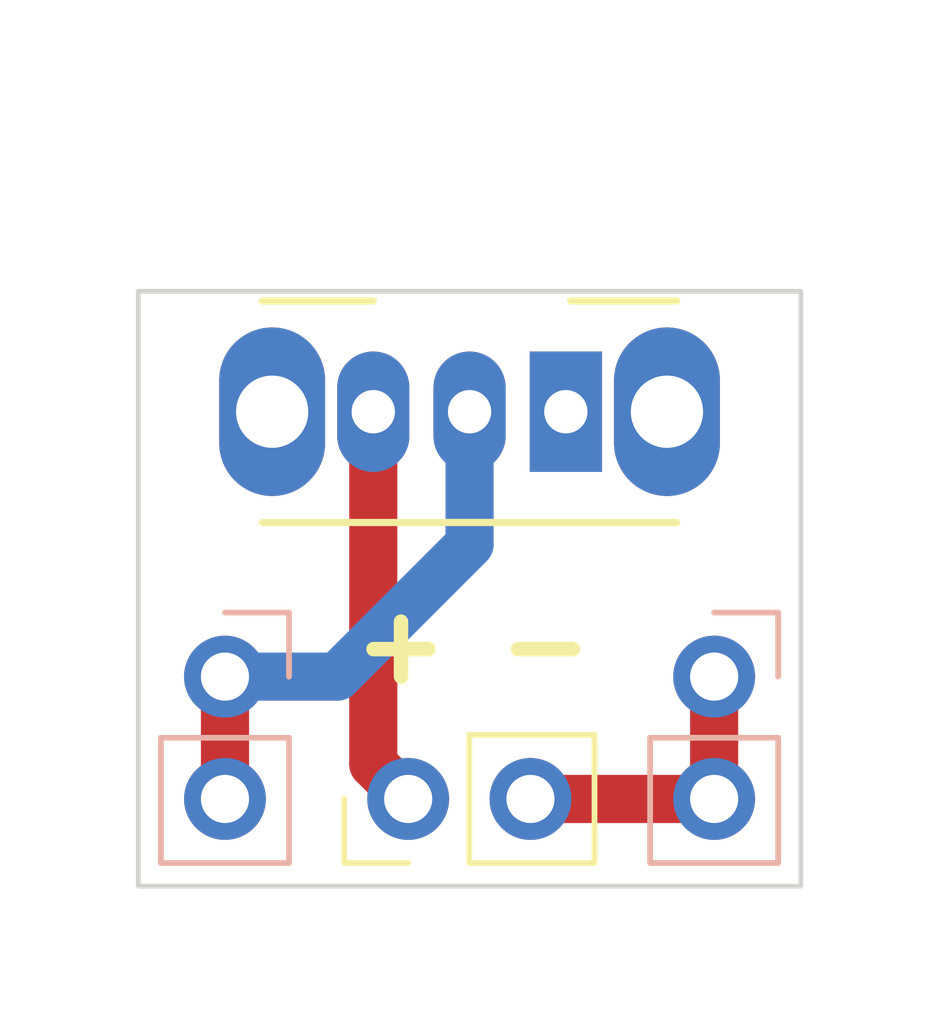
<source format=kicad_pcb>
(kicad_pcb (version 20221018) (generator pcbnew)
  (layers (0 "F.Cu" signal) (31 "B.Cu" signal) (34 "B.Paste" user) (35 "F.Paste" user) (36 "B.SilkS" user "B.Silkscreen") (37 "F.SilkS" user "F.Silkscreen") (38 "B.Mask" user) (39 "F.Mask" user) (44 "Edge.Cuts" user))
  (net 0 "")
  (net 1 "GND")
  (net 2 "+BATT")
  (net 4 "Net-(J1-Pin_1)")
  (footprint "Connector_PinHeader_2.54mm:PinHeader_1x02_P2.54mm_Vertical" (layer "F.Cu") (at 7.475 10.54 90)
    (fp_text reference "J3" hide)
    (fp_text value "Conn_01x02")
    (fp_line (start -1.33 -1.33) (end 0 -1.33) (stroke (width 0.12)) (layer "F.SilkS"))
    (fp_line (start -1.33 0) (end -1.33 -1.33) (stroke (width 0.12)) (layer "F.SilkS"))
    (fp_line (start -1.33 1.27) (end -1.33 3.87) (stroke (width 0.12)) (layer "F.SilkS"))
    (fp_line (start -1.33 1.27) (end 1.33 1.27) (stroke (width 0.12)) (layer "F.SilkS"))
    (fp_line (start -1.33 3.87) (end 1.33 3.87) (stroke (width 0.12)) (layer "F.SilkS"))
    (fp_line (start 1.33 1.27) (end 1.33 3.87) (stroke (width 0.12)) (layer "F.SilkS"))
    (pad "1" thru_hole circle (at 0 0 90) (size 1.7 1.7) (drill 1) (layers "*.Cu" "*.Mask") (net 2 "+BATT"))
    (pad "2" thru_hole oval (at 0 2.54 90) (size 1.7 1.7) (drill 1) (layers "*.Cu" "*.Mask") (net 1 "GND"))
  )
  (footprint "Button_Switch_THT:SW_CuK_OS102011MA1QN1_SPDT_Angled" (layer "F.Cu") (at 10.75 2.5 180)
    (fp_text reference "SW1" hide)
    (fp_text value "SW_SPDT")
    (fp_line (start -2.3 -2.3) (end 6.3 -2.3) (stroke (width 0.15)) (layer "F.SilkS"))
    (fp_line (start -2.3 2.3) (end -0.1 2.3) (stroke (width 0.15)) (layer "F.SilkS"))
    (fp_line (start 4 2.3) (end 6.3 2.3) (stroke (width 0.15)) (layer "F.SilkS"))
    (pad "" thru_hole oval (at -2.1 0 180) (size 2.2 3.5) (drill 1.5) (layers "*.Cu" "*.Mask"))
    (pad "" thru_hole oval (at 6.1 0 180) (size 2.2 3.5) (drill 1.5) (layers "*.Cu" "*.Mask"))
    (pad "1" thru_hole rect (at 0 0 180) (size 1.5 2.5) (drill 0.9) (layers "*.Cu" "*.Mask"))
    (pad "2" thru_hole oval (at 2 0 180) (size 1.5 2.5) (drill 0.9) (layers "*.Cu" "*.Mask") (net 4 "Net-(J1-Pin_1)"))
    (pad "3" thru_hole oval (at 4 0 180) (size 1.5 2.5) (drill 0.9) (layers "*.Cu" "*.Mask") (net 2 "+BATT"))
  )
  (footprint "Connector_PinHeader_2.54mm:PinHeader_1x02_P2.54mm_Vertical" (layer "B.Cu") (at 3.67 8 180)
    (fp_text reference "J1" hide)
    (fp_text value "Conn_01x02")
    (fp_line (start -1.33 -3.87) (end 1.33 -3.87) (stroke (width 0.12)) (layer "B.SilkS"))
    (fp_line (start -1.33 -1.27) (end -1.33 -3.87) (stroke (width 0.12)) (layer "B.SilkS"))
    (fp_line (start -1.33 -1.27) (end 1.33 -1.27) (stroke (width 0.12)) (layer "B.SilkS"))
    (fp_line (start -1.33 0) (end -1.33 1.33) (stroke (width 0.12)) (layer "B.SilkS"))
    (fp_line (start -1.33 1.33) (end 0 1.33) (stroke (width 0.12)) (layer "B.SilkS"))
    (fp_line (start 1.33 -1.27) (end 1.33 -3.87) (stroke (width 0.12)) (layer "B.SilkS"))
    (pad "1" thru_hole circle (at 0 0 180) (size 1.7 1.7) (drill 1) (layers "*.Cu" "*.Mask") (net 4 "Net-(J1-Pin_1)"))
    (pad "2" thru_hole oval (at 0 -2.54 180) (size 1.7 1.7) (drill 1) (layers "*.Cu" "*.Mask") (net 4 "Net-(J1-Pin_1)"))
  )
  (footprint "Connector_PinHeader_2.54mm:PinHeader_1x02_P2.54mm_Vertical" (layer "B.Cu") (at 13.83 8 180)
    (fp_text reference "J2" hide)
    (fp_text value "Conn_01x02")
    (fp_line (start -1.33 -3.87) (end 1.33 -3.87) (stroke (width 0.12)) (layer "B.SilkS"))
    (fp_line (start -1.33 -1.27) (end -1.33 -3.87) (stroke (width 0.12)) (layer "B.SilkS"))
    (fp_line (start -1.33 -1.27) (end 1.33 -1.27) (stroke (width 0.12)) (layer "B.SilkS"))
    (fp_line (start -1.33 0) (end -1.33 1.33) (stroke (width 0.12)) (layer "B.SilkS"))
    (fp_line (start -1.33 1.33) (end 0 1.33) (stroke (width 0.12)) (layer "B.SilkS"))
    (fp_line (start 1.33 -1.27) (end 1.33 -3.87) (stroke (width 0.12)) (layer "B.SilkS"))
    (pad "1" thru_hole circle (at 0 0 180) (size 1.7 1.7) (drill 1) (layers "*.Cu" "*.Mask") (net 1 "GND"))
    (pad "2" thru_hole oval (at 0 -2.54 180) (size 1.7 1.7) (drill 1) (layers "*.Cu" "*.Mask") (net 1 "GND"))
  )
  (gr_rect (start 1.87 0) (end 15.63 12.35) (stroke (width 0.1)) (fill none) (layer "Edge.Cuts"))
  (gr_text "+ -" (at 6.2 8.2) (layer "F.SilkS") (effects (font (size 1.5 1.5) (thickness 0.3) bold) (justify left bottom)))
  (segment (start 13.83 8) (end 13.83 10.54) (width 1) (layer "F.Cu") (net 1))
  (segment (start 10.015 10.54) (end 13.83 10.54) (width 1) (layer "F.Cu") (net 1))
  (segment (start 6.75 2.5) (end 6.75 9.815) (width 1) (layer "F.Cu") (net 2))
  (segment (start 6.75 9.815) (end 7.475 10.54) (width 1) (layer "F.Cu") (net 2))
  (segment (start 3.67 8) (end 3.67 10.54) (width 1) (layer "F.Cu") (net 4))
  (segment (start 8.75 2.5) (end 8.75 5.25) (width 1) (layer "B.Cu") (net 4))
  (segment (start 8.75 5.25) (end 6 8) (width 1) (layer "B.Cu") (net 4))
  (segment (start 6 8) (end 3.67 8) (width 1) (layer "B.Cu") (net 4))
)
</source>
